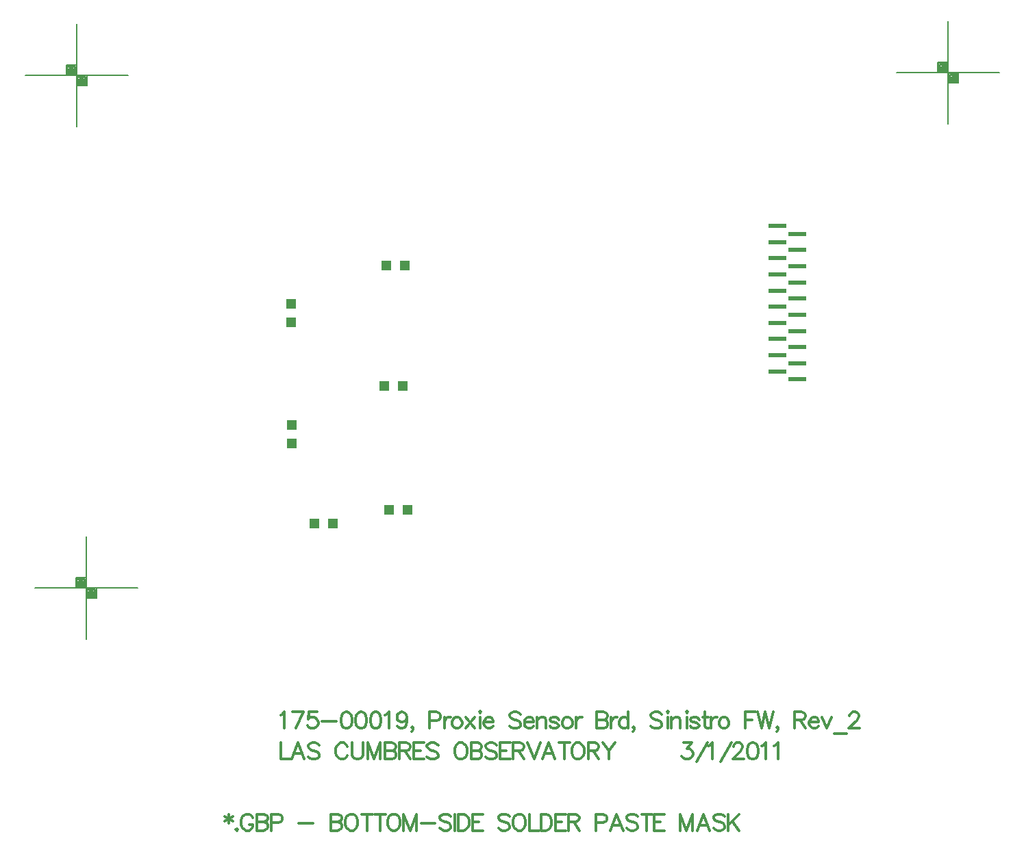
<source format=gbp>
%FSLAX23Y23*%
%MOIN*%
G70*
G01*
G75*
G04 Layer_Color=128*
%ADD10R,0.036X0.036*%
%ADD11R,0.048X0.078*%
%ADD12R,0.135X0.070*%
%ADD13C,0.010*%
%ADD14C,0.012*%
%ADD15C,0.008*%
%ADD16C,0.012*%
%ADD17C,0.012*%
%ADD18C,0.134*%
%ADD19C,0.047*%
%ADD20O,0.079X0.039*%
%ADD21O,0.079X0.039*%
%ADD22C,0.024*%
%ADD23C,0.040*%
%ADD24C,0.174*%
%ADD25C,0.087*%
%ADD26C,0.068*%
G04:AMPARAMS|DCode=27|XSize=87.559mil|YSize=87.559mil|CornerRadius=0mil|HoleSize=0mil|Usage=FLASHONLY|Rotation=0.000|XOffset=0mil|YOffset=0mil|HoleType=Round|Shape=Relief|Width=10mil|Gap=10mil|Entries=4|*
%AMTHD27*
7,0,0,0.088,0.068,0.010,45*
%
%ADD27THD27*%
G04:AMPARAMS|DCode=28|XSize=70mil|YSize=70mil|CornerRadius=0mil|HoleSize=0mil|Usage=FLASHONLY|Rotation=0.000|XOffset=0mil|YOffset=0mil|HoleType=Round|Shape=Relief|Width=10mil|Gap=10mil|Entries=4|*
%AMTHD28*
7,0,0,0.070,0.050,0.010,45*
%
%ADD28THD28*%
%ADD29C,0.050*%
%ADD30R,0.050X0.050*%
%ADD31R,0.050X0.050*%
%ADD32R,0.085X0.022*%
%ADD33C,0.025*%
%ADD34C,0.006*%
%ADD35C,0.007*%
%ADD36C,0.005*%
%ADD37R,0.122X0.163*%
%ADD38R,0.044X0.044*%
%ADD39R,0.056X0.086*%
%ADD40R,0.143X0.078*%
%ADD41C,0.142*%
%ADD42C,0.055*%
%ADD43O,0.087X0.047*%
%ADD44O,0.087X0.047*%
%ADD45C,0.032*%
%ADD46R,0.272X0.079*%
%ADD47R,0.136X0.889*%
%ADD48R,0.318X0.107*%
%ADD49R,0.058X0.058*%
%ADD50R,0.058X0.058*%
%ADD51R,0.093X0.030*%
D15*
X17958Y13715D02*
X18458D01*
X18208Y13465D02*
Y13965D01*
X18158Y13715D02*
Y13765D01*
X18208D01*
X18258Y13665D02*
Y13715D01*
X18208Y13665D02*
X18258D01*
X18213Y13710D02*
X18253D01*
Y13670D02*
Y13710D01*
X18213Y13670D02*
X18253D01*
X18213D02*
Y13710D01*
X18218Y13705D02*
X18248D01*
Y13675D02*
Y13705D01*
X18218Y13675D02*
X18248D01*
X18218D02*
Y13700D01*
X18223D02*
X18243D01*
Y13680D02*
Y13700D01*
X18223Y13680D02*
X18243D01*
X18223D02*
Y13695D01*
X18228D02*
X18238D01*
Y13685D02*
Y13695D01*
X18228Y13685D02*
X18238D01*
X18228D02*
Y13695D01*
Y13690D02*
X18238D01*
X18163Y13760D02*
X18203D01*
Y13720D02*
Y13760D01*
X18163Y13720D02*
X18203D01*
X18163D02*
Y13760D01*
X18168Y13755D02*
X18198D01*
Y13725D02*
Y13755D01*
X18168Y13725D02*
X18198D01*
X18168D02*
Y13750D01*
X18173D02*
X18193D01*
Y13730D02*
Y13750D01*
X18173Y13730D02*
X18193D01*
X18173D02*
Y13745D01*
X18178D02*
X18188D01*
Y13735D02*
Y13745D01*
X18178Y13735D02*
X18188D01*
X18178D02*
Y13745D01*
Y13740D02*
X18188D01*
X13765Y11203D02*
X14265D01*
X14015Y10953D02*
Y11453D01*
X13965Y11203D02*
Y11253D01*
X14015D01*
X14065Y11153D02*
Y11203D01*
X14015Y11153D02*
X14065D01*
X14020Y11198D02*
X14060D01*
Y11158D02*
Y11198D01*
X14020Y11158D02*
X14060D01*
X14020D02*
Y11198D01*
X14025Y11193D02*
X14055D01*
Y11163D02*
Y11193D01*
X14025Y11163D02*
X14055D01*
X14025D02*
Y11188D01*
X14030D02*
X14050D01*
Y11168D02*
Y11188D01*
X14030Y11168D02*
X14050D01*
X14030D02*
Y11183D01*
X14035D02*
X14045D01*
Y11173D02*
Y11183D01*
X14035Y11173D02*
X14045D01*
X14035D02*
Y11183D01*
Y11178D02*
X14045D01*
X13970Y11248D02*
X14010D01*
Y11208D02*
Y11248D01*
X13970Y11208D02*
X14010D01*
X13970D02*
Y11248D01*
X13975Y11243D02*
X14005D01*
Y11213D02*
Y11243D01*
X13975Y11213D02*
X14005D01*
X13975D02*
Y11238D01*
X13980D02*
X14000D01*
Y11218D02*
Y11238D01*
X13980Y11218D02*
X14000D01*
X13980D02*
Y11233D01*
X13985D02*
X13995D01*
Y11223D02*
Y11233D01*
X13985Y11223D02*
X13995D01*
X13985D02*
Y11233D01*
Y11228D02*
X13995D01*
X13718Y13699D02*
X14218D01*
X13968Y13449D02*
Y13949D01*
X13918Y13699D02*
Y13749D01*
X13968D01*
X14018Y13649D02*
Y13699D01*
X13968Y13649D02*
X14018D01*
X13973Y13694D02*
X14013D01*
Y13654D02*
Y13694D01*
X13973Y13654D02*
X14013D01*
X13973D02*
Y13694D01*
X13978Y13689D02*
X14008D01*
Y13659D02*
Y13689D01*
X13978Y13659D02*
X14008D01*
X13978D02*
Y13684D01*
X13983D02*
X14003D01*
Y13664D02*
Y13684D01*
X13983Y13664D02*
X14003D01*
X13983D02*
Y13679D01*
X13988D02*
X13998D01*
Y13669D02*
Y13679D01*
X13988Y13669D02*
X13998D01*
X13988D02*
Y13679D01*
Y13674D02*
X13998D01*
X13923Y13744D02*
X13963D01*
Y13704D02*
Y13744D01*
X13923Y13704D02*
X13963D01*
X13923D02*
Y13744D01*
X13928Y13739D02*
X13958D01*
Y13709D02*
Y13739D01*
X13928Y13709D02*
X13958D01*
X13928D02*
Y13734D01*
X13933D02*
X13953D01*
Y13714D02*
Y13734D01*
X13933Y13714D02*
X13953D01*
X13933D02*
Y13729D01*
X13938D02*
X13948D01*
Y13719D02*
Y13729D01*
X13938Y13719D02*
X13948D01*
X13938D02*
Y13729D01*
Y13724D02*
X13948D01*
D16*
X14708Y10102D02*
Y10056D01*
X14689Y10090D02*
X14727Y10067D01*
Y10090D02*
X14689Y10067D01*
X14747Y10029D02*
X14743Y10026D01*
X14747Y10022D01*
X14751Y10026D01*
X14747Y10029D01*
X14826Y10083D02*
X14822Y10090D01*
X14814Y10098D01*
X14807Y10102D01*
X14791D01*
X14784Y10098D01*
X14776Y10090D01*
X14772Y10083D01*
X14769Y10071D01*
Y10052D01*
X14772Y10041D01*
X14776Y10033D01*
X14784Y10026D01*
X14791Y10022D01*
X14807D01*
X14814Y10026D01*
X14822Y10033D01*
X14826Y10041D01*
Y10052D01*
X14807D02*
X14826D01*
X14844Y10102D02*
Y10022D01*
Y10102D02*
X14878D01*
X14890Y10098D01*
X14894Y10094D01*
X14897Y10086D01*
Y10079D01*
X14894Y10071D01*
X14890Y10067D01*
X14878Y10064D01*
X14844D02*
X14878D01*
X14890Y10060D01*
X14894Y10056D01*
X14897Y10048D01*
Y10037D01*
X14894Y10029D01*
X14890Y10026D01*
X14878Y10022D01*
X14844D01*
X14915Y10060D02*
X14950D01*
X14961Y10064D01*
X14965Y10067D01*
X14969Y10075D01*
Y10086D01*
X14965Y10094D01*
X14961Y10098D01*
X14950Y10102D01*
X14915D01*
Y10022D01*
X15049Y10056D02*
X15118D01*
X15204Y10102D02*
Y10022D01*
Y10102D02*
X15239D01*
X15250Y10098D01*
X15254Y10094D01*
X15258Y10086D01*
Y10079D01*
X15254Y10071D01*
X15250Y10067D01*
X15239Y10064D01*
X15204D02*
X15239D01*
X15250Y10060D01*
X15254Y10056D01*
X15258Y10048D01*
Y10037D01*
X15254Y10029D01*
X15250Y10026D01*
X15239Y10022D01*
X15204D01*
X15298Y10102D02*
X15291Y10098D01*
X15283Y10090D01*
X15279Y10083D01*
X15276Y10071D01*
Y10052D01*
X15279Y10041D01*
X15283Y10033D01*
X15291Y10026D01*
X15298Y10022D01*
X15314D01*
X15321Y10026D01*
X15329Y10033D01*
X15333Y10041D01*
X15336Y10052D01*
Y10071D01*
X15333Y10083D01*
X15329Y10090D01*
X15321Y10098D01*
X15314Y10102D01*
X15298D01*
X15382D02*
Y10022D01*
X15355Y10102D02*
X15408D01*
X15445D02*
Y10022D01*
X15418Y10102D02*
X15471D01*
X15504D02*
X15496Y10098D01*
X15488Y10090D01*
X15485Y10083D01*
X15481Y10071D01*
Y10052D01*
X15485Y10041D01*
X15488Y10033D01*
X15496Y10026D01*
X15504Y10022D01*
X15519D01*
X15527Y10026D01*
X15534Y10033D01*
X15538Y10041D01*
X15542Y10052D01*
Y10071D01*
X15538Y10083D01*
X15534Y10090D01*
X15527Y10098D01*
X15519Y10102D01*
X15504D01*
X15560D02*
Y10022D01*
Y10102D02*
X15591Y10022D01*
X15621Y10102D02*
X15591Y10022D01*
X15621Y10102D02*
Y10022D01*
X15644Y10056D02*
X15713D01*
X15790Y10090D02*
X15782Y10098D01*
X15771Y10102D01*
X15755D01*
X15744Y10098D01*
X15736Y10090D01*
Y10083D01*
X15740Y10075D01*
X15744Y10071D01*
X15752Y10067D01*
X15774Y10060D01*
X15782Y10056D01*
X15786Y10052D01*
X15790Y10045D01*
Y10033D01*
X15782Y10026D01*
X15771Y10022D01*
X15755D01*
X15744Y10026D01*
X15736Y10033D01*
X15808Y10102D02*
Y10022D01*
X15824Y10102D02*
Y10022D01*
Y10102D02*
X15851D01*
X15862Y10098D01*
X15870Y10090D01*
X15874Y10083D01*
X15878Y10071D01*
Y10052D01*
X15874Y10041D01*
X15870Y10033D01*
X15862Y10026D01*
X15851Y10022D01*
X15824D01*
X15945Y10102D02*
X15896D01*
Y10022D01*
X15945D01*
X15896Y10064D02*
X15926D01*
X16075Y10090D02*
X16067Y10098D01*
X16056Y10102D01*
X16040D01*
X16029Y10098D01*
X16021Y10090D01*
Y10083D01*
X16025Y10075D01*
X16029Y10071D01*
X16037Y10067D01*
X16059Y10060D01*
X16067Y10056D01*
X16071Y10052D01*
X16075Y10045D01*
Y10033D01*
X16067Y10026D01*
X16056Y10022D01*
X16040D01*
X16029Y10026D01*
X16021Y10033D01*
X16115Y10102D02*
X16108Y10098D01*
X16100Y10090D01*
X16096Y10083D01*
X16093Y10071D01*
Y10052D01*
X16096Y10041D01*
X16100Y10033D01*
X16108Y10026D01*
X16115Y10022D01*
X16131D01*
X16138Y10026D01*
X16146Y10033D01*
X16150Y10041D01*
X16153Y10052D01*
Y10071D01*
X16150Y10083D01*
X16146Y10090D01*
X16138Y10098D01*
X16131Y10102D01*
X16115D01*
X16172D02*
Y10022D01*
X16218D01*
X16227Y10102D02*
Y10022D01*
Y10102D02*
X16253D01*
X16265Y10098D01*
X16272Y10090D01*
X16276Y10083D01*
X16280Y10071D01*
Y10052D01*
X16276Y10041D01*
X16272Y10033D01*
X16265Y10026D01*
X16253Y10022D01*
X16227D01*
X16347Y10102D02*
X16298D01*
Y10022D01*
X16347D01*
X16298Y10064D02*
X16328D01*
X16361Y10102D02*
Y10022D01*
Y10102D02*
X16395D01*
X16406Y10098D01*
X16410Y10094D01*
X16414Y10086D01*
Y10079D01*
X16410Y10071D01*
X16406Y10067D01*
X16395Y10064D01*
X16361D01*
X16387D02*
X16414Y10022D01*
X16495Y10060D02*
X16529D01*
X16540Y10064D01*
X16544Y10067D01*
X16548Y10075D01*
Y10086D01*
X16544Y10094D01*
X16540Y10098D01*
X16529Y10102D01*
X16495D01*
Y10022D01*
X16627D02*
X16596Y10102D01*
X16566Y10022D01*
X16577Y10048D02*
X16615D01*
X16699Y10090D02*
X16691Y10098D01*
X16680Y10102D01*
X16665D01*
X16653Y10098D01*
X16646Y10090D01*
Y10083D01*
X16649Y10075D01*
X16653Y10071D01*
X16661Y10067D01*
X16684Y10060D01*
X16691Y10056D01*
X16695Y10052D01*
X16699Y10045D01*
Y10033D01*
X16691Y10026D01*
X16680Y10022D01*
X16665D01*
X16653Y10026D01*
X16646Y10033D01*
X16743Y10102D02*
Y10022D01*
X16717Y10102D02*
X16770D01*
X16829D02*
X16780D01*
Y10022D01*
X16829D01*
X16780Y10064D02*
X16810D01*
X16905Y10102D02*
Y10022D01*
Y10102D02*
X16936Y10022D01*
X16966Y10102D02*
X16936Y10022D01*
X16966Y10102D02*
Y10022D01*
X17050D02*
X17020Y10102D01*
X16989Y10022D01*
X17000Y10048D02*
X17039D01*
X17122Y10090D02*
X17114Y10098D01*
X17103Y10102D01*
X17088D01*
X17076Y10098D01*
X17069Y10090D01*
Y10083D01*
X17072Y10075D01*
X17076Y10071D01*
X17084Y10067D01*
X17107Y10060D01*
X17114Y10056D01*
X17118Y10052D01*
X17122Y10045D01*
Y10033D01*
X17114Y10026D01*
X17103Y10022D01*
X17088D01*
X17076Y10026D01*
X17069Y10033D01*
X17140Y10102D02*
Y10022D01*
X17193Y10102D02*
X17140Y10048D01*
X17159Y10067D02*
X17193Y10022D01*
X14961Y10584D02*
X14969Y10588D01*
X14980Y10599D01*
Y10519D01*
X15073Y10599D02*
X15035Y10519D01*
X15020Y10599D02*
X15073D01*
X15137D02*
X15099D01*
X15095Y10565D01*
X15099Y10569D01*
X15110Y10573D01*
X15121D01*
X15133Y10569D01*
X15140Y10561D01*
X15144Y10550D01*
Y10542D01*
X15140Y10531D01*
X15133Y10523D01*
X15121Y10519D01*
X15110D01*
X15099Y10523D01*
X15095Y10527D01*
X15091Y10535D01*
X15162Y10554D02*
X15231D01*
X15277Y10599D02*
X15266Y10595D01*
X15258Y10584D01*
X15254Y10565D01*
Y10554D01*
X15258Y10535D01*
X15266Y10523D01*
X15277Y10519D01*
X15285D01*
X15296Y10523D01*
X15304Y10535D01*
X15308Y10554D01*
Y10565D01*
X15304Y10584D01*
X15296Y10595D01*
X15285Y10599D01*
X15277D01*
X15348D02*
X15337Y10595D01*
X15329Y10584D01*
X15326Y10565D01*
Y10554D01*
X15329Y10535D01*
X15337Y10523D01*
X15348Y10519D01*
X15356D01*
X15367Y10523D01*
X15375Y10535D01*
X15379Y10554D01*
Y10565D01*
X15375Y10584D01*
X15367Y10595D01*
X15356Y10599D01*
X15348D01*
X15420D02*
X15408Y10595D01*
X15401Y10584D01*
X15397Y10565D01*
Y10554D01*
X15401Y10535D01*
X15408Y10523D01*
X15420Y10519D01*
X15427D01*
X15439Y10523D01*
X15446Y10535D01*
X15450Y10554D01*
Y10565D01*
X15446Y10584D01*
X15439Y10595D01*
X15427Y10599D01*
X15420D01*
X15468Y10584D02*
X15476Y10588D01*
X15487Y10599D01*
Y10519D01*
X15576Y10573D02*
X15572Y10561D01*
X15565Y10554D01*
X15553Y10550D01*
X15549D01*
X15538Y10554D01*
X15530Y10561D01*
X15527Y10573D01*
Y10576D01*
X15530Y10588D01*
X15538Y10595D01*
X15549Y10599D01*
X15553D01*
X15565Y10595D01*
X15572Y10588D01*
X15576Y10573D01*
Y10554D01*
X15572Y10535D01*
X15565Y10523D01*
X15553Y10519D01*
X15546D01*
X15534Y10523D01*
X15530Y10531D01*
X15605Y10523D02*
X15602Y10519D01*
X15598Y10523D01*
X15602Y10527D01*
X15605Y10523D01*
Y10515D01*
X15602Y10508D01*
X15598Y10504D01*
X15686Y10557D02*
X15720D01*
X15732Y10561D01*
X15735Y10565D01*
X15739Y10573D01*
Y10584D01*
X15735Y10592D01*
X15732Y10595D01*
X15720Y10599D01*
X15686D01*
Y10519D01*
X15757Y10573D02*
Y10519D01*
Y10550D02*
X15761Y10561D01*
X15768Y10569D01*
X15776Y10573D01*
X15788D01*
X15814D02*
X15806Y10569D01*
X15799Y10561D01*
X15795Y10550D01*
Y10542D01*
X15799Y10531D01*
X15806Y10523D01*
X15814Y10519D01*
X15825D01*
X15833Y10523D01*
X15840Y10531D01*
X15844Y10542D01*
Y10550D01*
X15840Y10561D01*
X15833Y10569D01*
X15825Y10573D01*
X15814D01*
X15862D02*
X15904Y10519D01*
Y10573D02*
X15862Y10519D01*
X15928Y10599D02*
X15932Y10595D01*
X15936Y10599D01*
X15932Y10603D01*
X15928Y10599D01*
X15932Y10573D02*
Y10519D01*
X15950Y10550D02*
X15995D01*
Y10557D01*
X15992Y10565D01*
X15988Y10569D01*
X15980Y10573D01*
X15969D01*
X15961Y10569D01*
X15954Y10561D01*
X15950Y10550D01*
Y10542D01*
X15954Y10531D01*
X15961Y10523D01*
X15969Y10519D01*
X15980D01*
X15988Y10523D01*
X15995Y10531D01*
X16129Y10588D02*
X16121Y10595D01*
X16110Y10599D01*
X16095D01*
X16083Y10595D01*
X16075Y10588D01*
Y10580D01*
X16079Y10573D01*
X16083Y10569D01*
X16091Y10565D01*
X16114Y10557D01*
X16121Y10554D01*
X16125Y10550D01*
X16129Y10542D01*
Y10531D01*
X16121Y10523D01*
X16110Y10519D01*
X16095D01*
X16083Y10523D01*
X16075Y10531D01*
X16147Y10550D02*
X16192D01*
Y10557D01*
X16189Y10565D01*
X16185Y10569D01*
X16177Y10573D01*
X16166D01*
X16158Y10569D01*
X16150Y10561D01*
X16147Y10550D01*
Y10542D01*
X16150Y10531D01*
X16158Y10523D01*
X16166Y10519D01*
X16177D01*
X16185Y10523D01*
X16192Y10531D01*
X16210Y10573D02*
Y10519D01*
Y10557D02*
X16221Y10569D01*
X16229Y10573D01*
X16240D01*
X16248Y10569D01*
X16251Y10557D01*
Y10519D01*
X16314Y10561D02*
X16310Y10569D01*
X16299Y10573D01*
X16288D01*
X16276Y10569D01*
X16272Y10561D01*
X16276Y10554D01*
X16284Y10550D01*
X16303Y10546D01*
X16310Y10542D01*
X16314Y10535D01*
Y10531D01*
X16310Y10523D01*
X16299Y10519D01*
X16288D01*
X16276Y10523D01*
X16272Y10531D01*
X16350Y10573D02*
X16342Y10569D01*
X16335Y10561D01*
X16331Y10550D01*
Y10542D01*
X16335Y10531D01*
X16342Y10523D01*
X16350Y10519D01*
X16361D01*
X16369Y10523D01*
X16377Y10531D01*
X16381Y10542D01*
Y10550D01*
X16377Y10561D01*
X16369Y10569D01*
X16361Y10573D01*
X16350D01*
X16398D02*
Y10519D01*
Y10550D02*
X16402Y10561D01*
X16409Y10569D01*
X16417Y10573D01*
X16429D01*
X16499Y10599D02*
Y10519D01*
Y10599D02*
X16533D01*
X16544Y10595D01*
X16548Y10592D01*
X16552Y10584D01*
Y10576D01*
X16548Y10569D01*
X16544Y10565D01*
X16533Y10561D01*
X16499D02*
X16533D01*
X16544Y10557D01*
X16548Y10554D01*
X16552Y10546D01*
Y10535D01*
X16548Y10527D01*
X16544Y10523D01*
X16533Y10519D01*
X16499D01*
X16570Y10573D02*
Y10519D01*
Y10550D02*
X16574Y10561D01*
X16581Y10569D01*
X16589Y10573D01*
X16600D01*
X16653Y10599D02*
Y10519D01*
Y10561D02*
X16646Y10569D01*
X16638Y10573D01*
X16627D01*
X16619Y10569D01*
X16611Y10561D01*
X16608Y10550D01*
Y10542D01*
X16611Y10531D01*
X16619Y10523D01*
X16627Y10519D01*
X16638D01*
X16646Y10523D01*
X16653Y10531D01*
X16682Y10523D02*
X16678Y10519D01*
X16675Y10523D01*
X16678Y10527D01*
X16682Y10523D01*
Y10515D01*
X16678Y10508D01*
X16675Y10504D01*
X16816Y10588D02*
X16808Y10595D01*
X16797Y10599D01*
X16782D01*
X16770Y10595D01*
X16763Y10588D01*
Y10580D01*
X16766Y10573D01*
X16770Y10569D01*
X16778Y10565D01*
X16801Y10557D01*
X16808Y10554D01*
X16812Y10550D01*
X16816Y10542D01*
Y10531D01*
X16808Y10523D01*
X16797Y10519D01*
X16782D01*
X16770Y10523D01*
X16763Y10531D01*
X16841Y10599D02*
X16845Y10595D01*
X16849Y10599D01*
X16845Y10603D01*
X16841Y10599D01*
X16845Y10573D02*
Y10519D01*
X16863Y10573D02*
Y10519D01*
Y10557D02*
X16875Y10569D01*
X16882Y10573D01*
X16894D01*
X16901Y10569D01*
X16905Y10557D01*
Y10519D01*
X16934Y10599D02*
X16937Y10595D01*
X16941Y10599D01*
X16937Y10603D01*
X16934Y10599D01*
X16937Y10573D02*
Y10519D01*
X16997Y10561D02*
X16993Y10569D01*
X16982Y10573D01*
X16971D01*
X16959Y10569D01*
X16955Y10561D01*
X16959Y10554D01*
X16967Y10550D01*
X16986Y10546D01*
X16993Y10542D01*
X16997Y10535D01*
Y10531D01*
X16993Y10523D01*
X16982Y10519D01*
X16971D01*
X16959Y10523D01*
X16955Y10531D01*
X17025Y10599D02*
Y10535D01*
X17029Y10523D01*
X17037Y10519D01*
X17044D01*
X17014Y10573D02*
X17041D01*
X17056D02*
Y10519D01*
Y10550D02*
X17060Y10561D01*
X17067Y10569D01*
X17075Y10573D01*
X17086D01*
X17113D02*
X17105Y10569D01*
X17097Y10561D01*
X17094Y10550D01*
Y10542D01*
X17097Y10531D01*
X17105Y10523D01*
X17113Y10519D01*
X17124D01*
X17132Y10523D01*
X17139Y10531D01*
X17143Y10542D01*
Y10550D01*
X17139Y10561D01*
X17132Y10569D01*
X17124Y10573D01*
X17113D01*
X17223Y10599D02*
Y10519D01*
Y10599D02*
X17273D01*
X17223Y10561D02*
X17254D01*
X17282Y10599D02*
X17301Y10519D01*
X17320Y10599D02*
X17301Y10519D01*
X17320Y10599D02*
X17339Y10519D01*
X17358Y10599D02*
X17339Y10519D01*
X17382Y10523D02*
X17378Y10519D01*
X17374Y10523D01*
X17378Y10527D01*
X17382Y10523D01*
Y10515D01*
X17378Y10508D01*
X17374Y10504D01*
X17462Y10599D02*
Y10519D01*
Y10599D02*
X17496D01*
X17508Y10595D01*
X17512Y10592D01*
X17516Y10584D01*
Y10576D01*
X17512Y10569D01*
X17508Y10565D01*
X17496Y10561D01*
X17462D01*
X17489D02*
X17516Y10519D01*
X17533Y10550D02*
X17579D01*
Y10557D01*
X17575Y10565D01*
X17572Y10569D01*
X17564Y10573D01*
X17552D01*
X17545Y10569D01*
X17537Y10561D01*
X17533Y10550D01*
Y10542D01*
X17537Y10531D01*
X17545Y10523D01*
X17552Y10519D01*
X17564D01*
X17572Y10523D01*
X17579Y10531D01*
X17596Y10573D02*
X17619Y10519D01*
X17642Y10573D02*
X17619Y10519D01*
X17655Y10493D02*
X17716D01*
X17730Y10580D02*
Y10584D01*
X17734Y10592D01*
X17738Y10595D01*
X17745Y10599D01*
X17760D01*
X17768Y10595D01*
X17772Y10592D01*
X17776Y10584D01*
Y10576D01*
X17772Y10569D01*
X17764Y10557D01*
X17726Y10519D01*
X17779D01*
D17*
X14961Y10449D02*
Y10369D01*
X15007D01*
X15076D02*
X15046Y10449D01*
X15015Y10369D01*
X15027Y10396D02*
X15065D01*
X15148Y10438D02*
X15141Y10445D01*
X15129Y10449D01*
X15114D01*
X15103Y10445D01*
X15095Y10438D01*
Y10430D01*
X15099Y10423D01*
X15103Y10419D01*
X15110Y10415D01*
X15133Y10407D01*
X15141Y10404D01*
X15145Y10400D01*
X15148Y10392D01*
Y10381D01*
X15141Y10373D01*
X15129Y10369D01*
X15114D01*
X15103Y10373D01*
X15095Y10381D01*
X15286Y10430D02*
X15282Y10438D01*
X15275Y10445D01*
X15267Y10449D01*
X15252D01*
X15244Y10445D01*
X15237Y10438D01*
X15233Y10430D01*
X15229Y10419D01*
Y10400D01*
X15233Y10388D01*
X15237Y10381D01*
X15244Y10373D01*
X15252Y10369D01*
X15267D01*
X15275Y10373D01*
X15282Y10381D01*
X15286Y10388D01*
X15309Y10449D02*
Y10392D01*
X15313Y10381D01*
X15320Y10373D01*
X15332Y10369D01*
X15339D01*
X15351Y10373D01*
X15358Y10381D01*
X15362Y10392D01*
Y10449D01*
X15384D02*
Y10369D01*
Y10449D02*
X15415Y10369D01*
X15445Y10449D02*
X15415Y10369D01*
X15445Y10449D02*
Y10369D01*
X15468Y10449D02*
Y10369D01*
Y10449D02*
X15502D01*
X15514Y10445D01*
X15517Y10442D01*
X15521Y10434D01*
Y10426D01*
X15517Y10419D01*
X15514Y10415D01*
X15502Y10411D01*
X15468D02*
X15502D01*
X15514Y10407D01*
X15517Y10404D01*
X15521Y10396D01*
Y10385D01*
X15517Y10377D01*
X15514Y10373D01*
X15502Y10369D01*
X15468D01*
X15539Y10449D02*
Y10369D01*
Y10449D02*
X15573D01*
X15585Y10445D01*
X15589Y10442D01*
X15593Y10434D01*
Y10426D01*
X15589Y10419D01*
X15585Y10415D01*
X15573Y10411D01*
X15539D01*
X15566D02*
X15593Y10369D01*
X15660Y10449D02*
X15610D01*
Y10369D01*
X15660D01*
X15610Y10411D02*
X15641D01*
X15727Y10438D02*
X15719Y10445D01*
X15708Y10449D01*
X15692D01*
X15681Y10445D01*
X15673Y10438D01*
Y10430D01*
X15677Y10423D01*
X15681Y10419D01*
X15688Y10415D01*
X15711Y10407D01*
X15719Y10404D01*
X15723Y10400D01*
X15727Y10392D01*
Y10381D01*
X15719Y10373D01*
X15708Y10369D01*
X15692D01*
X15681Y10373D01*
X15673Y10381D01*
X15830Y10449D02*
X15823Y10445D01*
X15815Y10438D01*
X15811Y10430D01*
X15807Y10419D01*
Y10400D01*
X15811Y10388D01*
X15815Y10381D01*
X15823Y10373D01*
X15830Y10369D01*
X15845D01*
X15853Y10373D01*
X15861Y10381D01*
X15864Y10388D01*
X15868Y10400D01*
Y10419D01*
X15864Y10430D01*
X15861Y10438D01*
X15853Y10445D01*
X15845Y10449D01*
X15830D01*
X15887D02*
Y10369D01*
Y10449D02*
X15921D01*
X15933Y10445D01*
X15936Y10442D01*
X15940Y10434D01*
Y10426D01*
X15936Y10419D01*
X15933Y10415D01*
X15921Y10411D01*
X15887D02*
X15921D01*
X15933Y10407D01*
X15936Y10404D01*
X15940Y10396D01*
Y10385D01*
X15936Y10377D01*
X15933Y10373D01*
X15921Y10369D01*
X15887D01*
X16011Y10438D02*
X16004Y10445D01*
X15992Y10449D01*
X15977D01*
X15966Y10445D01*
X15958Y10438D01*
Y10430D01*
X15962Y10423D01*
X15966Y10419D01*
X15973Y10415D01*
X15996Y10407D01*
X16004Y10404D01*
X16008Y10400D01*
X16011Y10392D01*
Y10381D01*
X16004Y10373D01*
X15992Y10369D01*
X15977D01*
X15966Y10373D01*
X15958Y10381D01*
X16079Y10449D02*
X16029D01*
Y10369D01*
X16079D01*
X16029Y10411D02*
X16060D01*
X16092Y10449D02*
Y10369D01*
Y10449D02*
X16126D01*
X16138Y10445D01*
X16142Y10442D01*
X16146Y10434D01*
Y10426D01*
X16142Y10419D01*
X16138Y10415D01*
X16126Y10411D01*
X16092D01*
X16119D02*
X16146Y10369D01*
X16163Y10449D02*
X16194Y10369D01*
X16224Y10449D02*
X16194Y10369D01*
X16296D02*
X16265Y10449D01*
X16235Y10369D01*
X16246Y10396D02*
X16284D01*
X16341Y10449D02*
Y10369D01*
X16314Y10449D02*
X16368D01*
X16400D02*
X16392Y10445D01*
X16385Y10438D01*
X16381Y10430D01*
X16377Y10419D01*
Y10400D01*
X16381Y10388D01*
X16385Y10381D01*
X16392Y10373D01*
X16400Y10369D01*
X16415D01*
X16423Y10373D01*
X16430Y10381D01*
X16434Y10388D01*
X16438Y10400D01*
Y10419D01*
X16434Y10430D01*
X16430Y10438D01*
X16423Y10445D01*
X16415Y10449D01*
X16400D01*
X16457D02*
Y10369D01*
Y10449D02*
X16491D01*
X16502Y10445D01*
X16506Y10442D01*
X16510Y10434D01*
Y10426D01*
X16506Y10419D01*
X16502Y10415D01*
X16491Y10411D01*
X16457D01*
X16483D02*
X16510Y10369D01*
X16528Y10449D02*
X16558Y10411D01*
Y10369D01*
X16589Y10449D02*
X16558Y10411D01*
X16921Y10449D02*
X16963D01*
X16940Y10419D01*
X16951D01*
X16959Y10415D01*
X16963Y10411D01*
X16967Y10400D01*
Y10392D01*
X16963Y10381D01*
X16955Y10373D01*
X16944Y10369D01*
X16932D01*
X16921Y10373D01*
X16917Y10377D01*
X16913Y10385D01*
X16985Y10358D02*
X17038Y10449D01*
X17043Y10434D02*
X17051Y10438D01*
X17062Y10449D01*
Y10369D01*
X17102Y10358D02*
X17155Y10449D01*
X17164Y10430D02*
Y10434D01*
X17168Y10442D01*
X17172Y10445D01*
X17180Y10449D01*
X17195D01*
X17202Y10445D01*
X17206Y10442D01*
X17210Y10434D01*
Y10426D01*
X17206Y10419D01*
X17199Y10407D01*
X17161Y10369D01*
X17214D01*
X17255Y10449D02*
X17243Y10445D01*
X17236Y10434D01*
X17232Y10415D01*
Y10404D01*
X17236Y10385D01*
X17243Y10373D01*
X17255Y10369D01*
X17262D01*
X17274Y10373D01*
X17281Y10385D01*
X17285Y10404D01*
Y10415D01*
X17281Y10434D01*
X17274Y10445D01*
X17262Y10449D01*
X17255D01*
X17303Y10434D02*
X17311Y10438D01*
X17322Y10449D01*
Y10369D01*
X17362Y10434D02*
X17369Y10438D01*
X17381Y10449D01*
Y10369D01*
D30*
X15564Y12774D02*
D03*
X15474D02*
D03*
X15556Y12188D02*
D03*
X15466D02*
D03*
X15580Y11585D02*
D03*
X15490D02*
D03*
X15124Y11518D02*
D03*
X15214D02*
D03*
D31*
X15011Y12587D02*
D03*
Y12497D02*
D03*
X15015Y11996D02*
D03*
Y11906D02*
D03*
D32*
X17474Y12219D02*
D03*
X17378Y12258D02*
D03*
X17474Y12298D02*
D03*
X17378Y12337D02*
D03*
X17474Y12376D02*
D03*
X17378Y12416D02*
D03*
X17474Y12455D02*
D03*
X17378Y12495D02*
D03*
X17474Y12534D02*
D03*
X17378Y12573D02*
D03*
X17474Y12613D02*
D03*
X17378Y12652D02*
D03*
X17474Y12691D02*
D03*
X17378Y12731D02*
D03*
X17474Y12770D02*
D03*
X17378Y12810D02*
D03*
X17474Y12849D02*
D03*
X17378Y12888D02*
D03*
X17474Y12928D02*
D03*
X17378Y12967D02*
D03*
M02*

</source>
